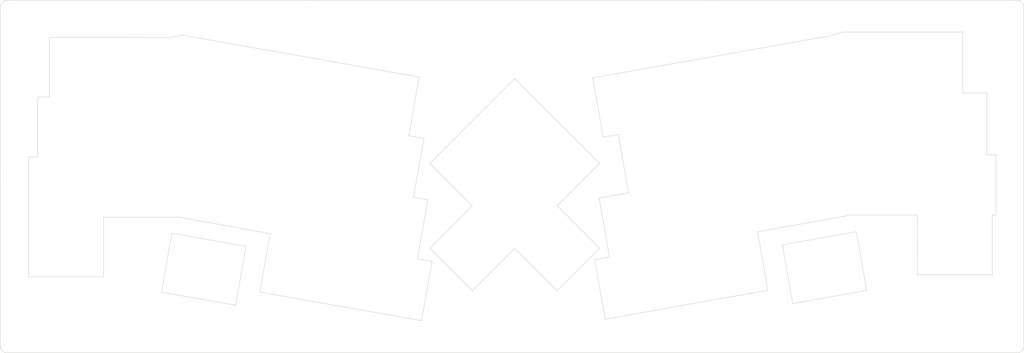
<source format=kicad_pcb>
(kicad_pcb (version 20171130) (host pcbnew "(5.1.12)-1")

  (general
    (thickness 1.6)
    (drawings 712)
    (tracks 0)
    (zones 0)
    (modules 10)
    (nets 1)
  )

  (page A3)
  (layers
    (0 F.Cu signal)
    (31 B.Cu signal)
    (32 B.Adhes user)
    (33 F.Adhes user)
    (34 B.Paste user)
    (35 F.Paste user)
    (36 B.SilkS user)
    (37 F.SilkS user)
    (38 B.Mask user)
    (39 F.Mask user)
    (40 Dwgs.User user)
    (41 Cmts.User user)
    (42 Eco1.User user)
    (43 Eco2.User user)
    (44 Edge.Cuts user)
    (45 Margin user)
    (46 B.CrtYd user)
    (47 F.CrtYd user)
    (48 B.Fab user)
    (49 F.Fab user)
  )

  (setup
    (last_trace_width 0.5)
    (user_trace_width 0.5)
    (user_trace_width 0.5)
    (trace_clearance 0.2)
    (zone_clearance 0.508)
    (zone_45_only no)
    (trace_min 0.2)
    (via_size 0.8)
    (via_drill 0.4)
    (via_min_size 0.4)
    (via_min_drill 0.3)
    (uvia_size 0.3)
    (uvia_drill 0.1)
    (uvias_allowed no)
    (uvia_min_size 0.2)
    (uvia_min_drill 0.1)
    (edge_width 0.1)
    (segment_width 0.2)
    (pcb_text_width 0.3)
    (pcb_text_size 1.5 1.5)
    (mod_edge_width 0.15)
    (mod_text_size 1 1)
    (mod_text_width 0.15)
    (pad_size 2.2 2.2)
    (pad_drill 2.2)
    (pad_to_mask_clearance 0)
    (aux_axis_origin 0 0)
    (visible_elements 7FFFFFFF)
    (pcbplotparams
      (layerselection 0x01000_7ffffffe)
      (usegerberextensions true)
      (usegerberattributes false)
      (usegerberadvancedattributes false)
      (creategerberjobfile false)
      (excludeedgelayer true)
      (linewidth 0.100000)
      (plotframeref false)
      (viasonmask false)
      (mode 1)
      (useauxorigin false)
      (hpglpennumber 1)
      (hpglpenspeed 20)
      (hpglpendiameter 15.000000)
      (psnegative false)
      (psa4output false)
      (plotreference true)
      (plotvalue true)
      (plotinvisibletext false)
      (padsonsilk false)
      (subtractmaskfromsilk false)
      (outputformat 4)
      (mirror false)
      (drillshape 0)
      (scaleselection 1)
      (outputdirectory "C:/Users/サリチル酸/Desktop/"))
  )

  (net 0 "")

  (net_class Default "これはデフォルトのネット クラスです。"
    (clearance 0.2)
    (trace_width 0.25)
    (via_dia 0.8)
    (via_drill 0.4)
    (uvia_dia 0.3)
    (uvia_drill 0.1)
  )

  (module kbd_Hole:m3_Screw_Hole_EdgeCuts (layer F.Cu) (tedit 5ED29488) (tstamp 60A2FDB8)
    (at 331.825 13.05)
    (descr "Mounting Hole 2.2mm, no annular, M2")
    (tags "mounting hole 2.2mm no annular m2")
    (path /5CC9EE7D)
    (attr virtual)
    (fp_text reference J15 (at 0 -3.2) (layer F.Fab) hide
      (effects (font (size 1 1) (thickness 0.15)))
    )
    (fp_text value Conn_01x01 (at 0 3.2) (layer F.Fab) hide
      (effects (font (size 1 1) (thickness 0.15)))
    )
    (fp_text user %R (at 0.3 0) (layer F.Fab) hide
      (effects (font (size 1 1) (thickness 0.15)))
    )
    (fp_circle (center 0 0) (end 1.6 0) (layer Edge.Cuts) (width 0.01))
  )

  (module kbd_Hole:m3_Screw_Hole_EdgeCuts (layer F.Cu) (tedit 5ED29488) (tstamp 60A2FDA0)
    (at 108.575 13.05)
    (descr "Mounting Hole 2.2mm, no annular, M2")
    (tags "mounting hole 2.2mm no annular m2")
    (path /64540392)
    (attr virtual)
    (fp_text reference J11 (at 0 -3.2) (layer F.Fab) hide
      (effects (font (size 1 1) (thickness 0.15)))
    )
    (fp_text value Conn_01x01 (at 0 3.2) (layer F.Fab) hide
      (effects (font (size 1 1) (thickness 0.15)))
    )
    (fp_circle (center 0 0) (end 1.6 0) (layer Edge.Cuts) (width 0.01))
    (fp_text user %R (at 0.3 0) (layer F.Fab) hide
      (effects (font (size 1 1) (thickness 0.15)))
    )
  )

  (module kbd_Hole:m3_Screw_Hole_EdgeCuts (layer F.Cu) (tedit 5ED29488) (tstamp 60A2FDA6)
    (at 234.325 13.05)
    (descr "Mounting Hole 2.2mm, no annular, M2")
    (tags "mounting hole 2.2mm no annular m2")
    (path /629102E9)
    (attr virtual)
    (fp_text reference J12 (at 0 -3.2) (layer F.Fab) hide
      (effects (font (size 1 1) (thickness 0.15)))
    )
    (fp_text value Conn_01x01 (at 0 3.2) (layer F.Fab) hide
      (effects (font (size 1 1) (thickness 0.15)))
    )
    (fp_circle (center 0 0) (end 1.6 0) (layer Edge.Cuts) (width 0.01))
    (fp_text user %R (at 0.3 0) (layer F.Fab) hide
      (effects (font (size 1 1) (thickness 0.15)))
    )
  )

  (module kbd_Hole:m3_Screw_Hole_EdgeCuts (layer F.Cu) (tedit 5ED29488) (tstamp 60A2FDAC)
    (at 108.575 120.25)
    (descr "Mounting Hole 2.2mm, no annular, M2")
    (tags "mounting hole 2.2mm no annular m2")
    (path /629102FD)
    (attr virtual)
    (fp_text reference J13 (at 0 -3.2) (layer F.Fab) hide
      (effects (font (size 1 1) (thickness 0.15)))
    )
    (fp_text value Conn_01x01 (at 0 3.2) (layer F.Fab) hide
      (effects (font (size 1 1) (thickness 0.15)))
    )
    (fp_circle (center 0 0) (end 1.6 0) (layer Edge.Cuts) (width 0.01))
    (fp_text user %R (at 0.3 0) (layer F.Fab) hide
      (effects (font (size 1 1) (thickness 0.15)))
    )
  )

  (module kbd_Hole:m3_Screw_Hole_EdgeCuts (layer F.Cu) (tedit 5ED29488) (tstamp 60A2FD9A)
    (at 11.075 120.25)
    (descr "Mounting Hole 2.2mm, no annular, M2")
    (tags "mounting hole 2.2mm no annular m2")
    (path /6454037E)
    (attr virtual)
    (fp_text reference J10 (at 0 -3.2) (layer F.Fab) hide
      (effects (font (size 1 1) (thickness 0.15)))
    )
    (fp_text value Conn_01x01 (at 0 3.2) (layer F.Fab) hide
      (effects (font (size 1 1) (thickness 0.15)))
    )
    (fp_circle (center 0 0) (end 1.6 0) (layer Edge.Cuts) (width 0.01))
    (fp_text user %R (at 0.3 0) (layer F.Fab) hide
      (effects (font (size 1 1) (thickness 0.15)))
    )
  )

  (module kbd_Hole:m3_Screw_Hole_EdgeCuts (layer F.Cu) (tedit 5ED29488) (tstamp 60A2FD94)
    (at 11.075 66.65)
    (descr "Mounting Hole 2.2mm, no annular, M2")
    (tags "mounting hole 2.2mm no annular m2")
    (path /629E7105)
    (attr virtual)
    (fp_text reference J9 (at 0 -3.2) (layer F.Fab) hide
      (effects (font (size 1 1) (thickness 0.15)))
    )
    (fp_text value Conn_01x01 (at 0 3.2) (layer F.Fab) hide
      (effects (font (size 1 1) (thickness 0.15)))
    )
    (fp_circle (center 0 0) (end 1.6 0) (layer Edge.Cuts) (width 0.01))
    (fp_text user %R (at 0.3 0) (layer F.Fab) hide
      (effects (font (size 1 1) (thickness 0.15)))
    )
  )

  (module kbd_Hole:m3_Screw_Hole_EdgeCuts (layer F.Cu) (tedit 5ED29488) (tstamp 60A2FD8E)
    (at 11.075 13.05)
    (descr "Mounting Hole 2.2mm, no annular, M2")
    (tags "mounting hole 2.2mm no annular m2")
    (path /629E70F1)
    (attr virtual)
    (fp_text reference J8 (at 0 -3.2) (layer F.Fab) hide
      (effects (font (size 1 1) (thickness 0.15)))
    )
    (fp_text value Conn_01x01 (at 0 3.2) (layer F.Fab) hide
      (effects (font (size 1 1) (thickness 0.15)))
    )
    (fp_circle (center 0 0) (end 1.6 0) (layer Edge.Cuts) (width 0.01))
    (fp_text user %R (at 0.3 0) (layer F.Fab) hide
      (effects (font (size 1 1) (thickness 0.15)))
    )
  )

  (module kbd_Hole:m3_Screw_Hole_EdgeCuts (layer F.Cu) (tedit 5ED29488) (tstamp 60A2FDB2)
    (at 234.325 120.25)
    (descr "Mounting Hole 2.2mm, no annular, M2")
    (tags "mounting hole 2.2mm no annular m2")
    (path /5CC48CD6)
    (attr virtual)
    (fp_text reference J14 (at 0 -3.2) (layer F.Fab) hide
      (effects (font (size 1 1) (thickness 0.15)))
    )
    (fp_text value Conn_01x01 (at 0 3.2) (layer F.Fab) hide
      (effects (font (size 1 1) (thickness 0.15)))
    )
    (fp_circle (center 0 0) (end 1.6 0) (layer Edge.Cuts) (width 0.01))
    (fp_text user %R (at 0.3 0) (layer F.Fab) hide
      (effects (font (size 1 1) (thickness 0.15)))
    )
  )

  (module kbd_Hole:m3_Screw_Hole_EdgeCuts (layer F.Cu) (tedit 5ED29488) (tstamp 60A2FDBE)
    (at 331.825 66.65)
    (descr "Mounting Hole 2.2mm, no annular, M2")
    (tags "mounting hole 2.2mm no annular m2")
    (path /629E70E7)
    (attr virtual)
    (fp_text reference J16 (at 0 -3.2) (layer F.Fab) hide
      (effects (font (size 1 1) (thickness 0.15)))
    )
    (fp_text value Conn_01x01 (at 0 3.2) (layer F.Fab) hide
      (effects (font (size 1 1) (thickness 0.15)))
    )
    (fp_circle (center 0 0) (end 1.6 0) (layer Edge.Cuts) (width 0.01))
    (fp_text user %R (at 0.3 0) (layer F.Fab) hide
      (effects (font (size 1 1) (thickness 0.15)))
    )
  )

  (module kbd_Hole:m3_Screw_Hole_EdgeCuts (layer F.Cu) (tedit 5ED29488) (tstamp 60A2FDC4)
    (at 331.825 120.25)
    (descr "Mounting Hole 2.2mm, no annular, M2")
    (tags "mounting hole 2.2mm no annular m2")
    (path /629E70FB)
    (attr virtual)
    (fp_text reference J17 (at 0 -3.2) (layer F.Fab) hide
      (effects (font (size 1 1) (thickness 0.15)))
    )
    (fp_text value Conn_01x01 (at 0 3.2) (layer F.Fab) hide
      (effects (font (size 1 1) (thickness 0.15)))
    )
    (fp_circle (center 0 0) (end 1.6 0) (layer Edge.Cuts) (width 0.01))
    (fp_text user %R (at 0.3 0) (layer F.Fab) hide
      (effects (font (size 1 1) (thickness 0.15)))
    )
  )

  (gr_line (start 233.444 119.794) (end 233.566 119.61) (layer F.Fab) (width 0.2))
  (gr_line (start 234.326 119.204) (end 234.546 119.204) (layer F.Fab) (width 0.2))
  (gr_line (start 235.556 120.434) (end 235.513 120.651) (layer F.Fab) (width 0.2))
  (gr_line (start 235.513 119.997) (end 235.556 120.214) (layer F.Fab) (width 0.2))
  (gr_line (start 234.546 119.204) (end 234.763 119.247) (layer F.Fab) (width 0.2))
  (gr_line (start 233.722 119.454) (end 233.906 119.332) (layer F.Fab) (width 0.2))
  (gr_line (start 234.966 119.332) (end 235.15 119.454) (layer F.Fab) (width 0.2))
  (gr_line (start 235.15 119.454) (end 235.306 119.61) (layer F.Fab) (width 0.2))
  (gr_line (start 235.306 119.61) (end 235.428 119.794) (layer F.Fab) (width 0.2))
  (gr_line (start 235.556 120.214) (end 235.556 120.434) (layer F.Fab) (width 0.2))
  (gr_line (start 234.109 119.247) (end 234.326 119.204) (layer F.Fab) (width 0.2))
  (gr_line (start 235.428 120.854) (end 235.306 121.038) (layer F.Fab) (width 0.2))
  (gr_line (start 235.306 121.038) (end 235.15 121.194) (layer F.Fab) (width 0.2))
  (gr_line (start 235.15 121.194) (end 234.966 121.316) (layer F.Fab) (width 0.2))
  (gr_line (start 234.966 121.316) (end 234.763 121.401) (layer F.Fab) (width 0.2))
  (gr_line (start 233.359 119.997) (end 233.444 119.794) (layer F.Fab) (width 0.2))
  (gr_line (start 233.444 120.854) (end 233.359 120.651) (layer F.Fab) (width 0.2))
  (gr_line (start 233.906 121.316) (end 233.722 121.194) (layer F.Fab) (width 0.2))
  (gr_line (start 233.388 120.642) (end 233.47 120.84) (layer F.Fab) (width 0.2))
  (gr_line (start 233.741 121.17) (end 233.92 121.29) (layer F.Fab) (width 0.2))
  (gr_line (start 233.92 121.29) (end 234.118 121.372) (layer F.Fab) (width 0.2))
  (gr_line (start 235.513 120.651) (end 235.428 120.854) (layer F.Fab) (width 0.2))
  (gr_line (start 233.566 119.61) (end 233.722 119.454) (layer F.Fab) (width 0.2))
  (gr_line (start 233.906 119.332) (end 234.109 119.247) (layer F.Fab) (width 0.2))
  (gr_line (start 234.546 121.444) (end 234.326 121.444) (layer F.Fab) (width 0.2))
  (gr_line (start 233.316 120.214) (end 233.359 119.997) (layer F.Fab) (width 0.2))
  (gr_line (start 234.763 121.401) (end 234.546 121.444) (layer F.Fab) (width 0.2))
  (gr_line (start 234.118 121.372) (end 234.329 121.414) (layer F.Fab) (width 0.2))
  (gr_line (start 233.722 121.194) (end 233.566 121.038) (layer F.Fab) (width 0.2))
  (gr_line (start 233.59 121.019) (end 233.741 121.17) (layer F.Fab) (width 0.2))
  (gr_line (start 234.329 121.414) (end 234.543 121.414) (layer F.Fab) (width 0.2))
  (gr_line (start 233.566 121.038) (end 233.444 120.854) (layer F.Fab) (width 0.2))
  (gr_line (start 235.428 119.794) (end 235.513 119.997) (layer F.Fab) (width 0.2))
  (gr_line (start 234.543 121.414) (end 234.754 121.372) (layer F.Fab) (width 0.2))
  (gr_line (start 234.326 121.444) (end 234.109 121.401) (layer F.Fab) (width 0.2))
  (gr_line (start 234.109 121.401) (end 233.906 121.316) (layer F.Fab) (width 0.2))
  (gr_line (start 233.359 120.651) (end 233.316 120.434) (layer F.Fab) (width 0.2))
  (gr_line (start 233.316 120.434) (end 233.316 120.214) (layer F.Fab) (width 0.2))
  (gr_line (start 234.763 119.247) (end 234.966 119.332) (layer F.Fab) (width 0.2))
  (gr_line (start 233.47 120.84) (end 233.59 121.019) (layer F.Fab) (width 0.2))
  (gr_line (start 109.806 120.214) (end 109.806 120.434) (layer F.Fab) (width 0.2))
  (gr_line (start 109.013 121.401) (end 108.796 121.444) (layer F.Fab) (width 0.2))
  (gr_line (start 235.282 121.019) (end 235.402 120.84) (layer F.Fab) (width 0.2))
  (gr_line (start 233.346 120.431) (end 233.388 120.642) (layer F.Fab) (width 0.2))
  (gr_line (start 107.972 121.194) (end 107.816 121.038) (layer F.Fab) (width 0.2))
  (gr_line (start 108.156 119.332) (end 108.359 119.247) (layer F.Fab) (width 0.2))
  (gr_line (start 109.216 119.332) (end 109.4 119.454) (layer F.Fab) (width 0.2))
  (gr_line (start 107.972 119.454) (end 108.156 119.332) (layer F.Fab) (width 0.2))
  (gr_line (start 234.754 119.276) (end 234.543 119.234) (layer F.Fab) (width 0.2))
  (gr_line (start 233.59 119.629) (end 233.47 119.808) (layer F.Fab) (width 0.2))
  (gr_line (start 233.92 119.358) (end 233.741 119.478) (layer F.Fab) (width 0.2))
  (gr_line (start 235.282 119.629) (end 235.131 119.478) (layer F.Fab) (width 0.2))
  (gr_line (start 109.013 119.247) (end 109.216 119.332) (layer F.Fab) (width 0.2))
  (gr_line (start 108.576 119.204) (end 108.796 119.204) (layer F.Fab) (width 0.2))
  (gr_line (start 107.816 119.61) (end 107.972 119.454) (layer F.Fab) (width 0.2))
  (gr_line (start 109.678 119.794) (end 109.763 119.997) (layer F.Fab) (width 0.2))
  (gr_line (start 109.763 120.651) (end 109.678 120.854) (layer F.Fab) (width 0.2))
  (gr_line (start 108.359 121.401) (end 108.156 121.316) (layer F.Fab) (width 0.2))
  (gr_line (start 107.694 120.854) (end 107.609 120.651) (layer F.Fab) (width 0.2))
  (gr_line (start 235.484 120.006) (end 235.402 119.808) (layer F.Fab) (width 0.2))
  (gr_line (start 107.566 120.214) (end 107.609 119.997) (layer F.Fab) (width 0.2))
  (gr_line (start 109.4 119.454) (end 109.556 119.61) (layer F.Fab) (width 0.2))
  (gr_line (start 235.526 120.217) (end 235.484 120.006) (layer F.Fab) (width 0.2))
  (gr_line (start 234.952 119.358) (end 234.754 119.276) (layer F.Fab) (width 0.2))
  (gr_line (start 107.566 120.434) (end 107.566 120.214) (layer F.Fab) (width 0.2))
  (gr_line (start 107.638 120.642) (end 107.72 120.84) (layer F.Fab) (width 0.2))
  (gr_line (start 234.754 121.372) (end 234.952 121.29) (layer F.Fab) (width 0.2))
  (gr_line (start 108.156 121.316) (end 107.972 121.194) (layer F.Fab) (width 0.2))
  (gr_line (start 107.72 120.84) (end 107.84 121.019) (layer F.Fab) (width 0.2))
  (gr_line (start 108.359 119.247) (end 108.576 119.204) (layer F.Fab) (width 0.2))
  (gr_line (start 234.952 121.29) (end 235.131 121.17) (layer F.Fab) (width 0.2))
  (gr_line (start 234.543 119.234) (end 234.329 119.234) (layer F.Fab) (width 0.2))
  (gr_line (start 235.131 119.478) (end 234.952 119.358) (layer F.Fab) (width 0.2))
  (gr_line (start 233.346 120.217) (end 233.346 120.431) (layer F.Fab) (width 0.2))
  (gr_line (start 109.763 119.997) (end 109.806 120.214) (layer F.Fab) (width 0.2))
  (gr_line (start 109.216 121.316) (end 109.013 121.401) (layer F.Fab) (width 0.2))
  (gr_line (start 107.84 121.019) (end 107.991 121.17) (layer F.Fab) (width 0.2))
  (gr_line (start 233.388 120.006) (end 233.346 120.217) (layer F.Fab) (width 0.2))
  (gr_line (start 109.678 120.854) (end 109.556 121.038) (layer F.Fab) (width 0.2))
  (gr_line (start 108.576 121.444) (end 108.359 121.401) (layer F.Fab) (width 0.2))
  (gr_line (start 107.816 121.038) (end 107.694 120.854) (layer F.Fab) (width 0.2))
  (gr_line (start 234.329 119.234) (end 234.118 119.276) (layer F.Fab) (width 0.2))
  (gr_line (start 235.402 120.84) (end 235.484 120.642) (layer F.Fab) (width 0.2))
  (gr_line (start 235.402 119.808) (end 235.282 119.629) (layer F.Fab) (width 0.2))
  (gr_line (start 235.526 120.431) (end 235.526 120.217) (layer F.Fab) (width 0.2))
  (gr_line (start 107.609 120.651) (end 107.566 120.434) (layer F.Fab) (width 0.2))
  (gr_line (start 109.556 119.61) (end 109.678 119.794) (layer F.Fab) (width 0.2))
  (gr_line (start 109.806 120.434) (end 109.763 120.651) (layer F.Fab) (width 0.2))
  (gr_line (start 233.741 119.478) (end 233.59 119.629) (layer F.Fab) (width 0.2))
  (gr_line (start 107.991 121.17) (end 108.17 121.29) (layer F.Fab) (width 0.2))
  (gr_line (start 235.131 121.17) (end 235.282 121.019) (layer F.Fab) (width 0.2))
  (gr_line (start 108.796 121.444) (end 108.576 121.444) (layer F.Fab) (width 0.2))
  (gr_line (start 235.484 120.642) (end 235.526 120.431) (layer F.Fab) (width 0.2))
  (gr_line (start 234.118 119.276) (end 233.92 119.358) (layer F.Fab) (width 0.2))
  (gr_line (start 109.556 121.038) (end 109.4 121.194) (layer F.Fab) (width 0.2))
  (gr_line (start 108.17 121.29) (end 108.368 121.372) (layer F.Fab) (width 0.2))
  (gr_line (start 108.368 121.372) (end 108.579 121.414) (layer F.Fab) (width 0.2))
  (gr_line (start 108.579 121.414) (end 108.793 121.414) (layer F.Fab) (width 0.2))
  (gr_line (start 108.793 121.414) (end 109.004 121.372) (layer F.Fab) (width 0.2))
  (gr_line (start 233.47 119.808) (end 233.388 120.006) (layer F.Fab) (width 0.2))
  (gr_line (start 107.609 119.997) (end 107.694 119.794) (layer F.Fab) (width 0.2))
  (gr_line (start 109.4 121.194) (end 109.216 121.316) (layer F.Fab) (width 0.2))
  (gr_line (start 107.694 119.794) (end 107.816 119.61) (layer F.Fab) (width 0.2))
  (gr_line (start 108.796 119.204) (end 109.013 119.247) (layer F.Fab) (width 0.2))
  (gr_line (start 330.816 120.214) (end 330.859 119.997) (layer F.Fab) (width 0.2))
  (gr_line (start 109.004 121.372) (end 109.202 121.29) (layer F.Fab) (width 0.2))
  (gr_line (start 108.793 119.234) (end 108.579 119.234) (layer F.Fab) (width 0.2))
  (gr_line (start 109.202 119.358) (end 109.004 119.276) (layer F.Fab) (width 0.2))
  (gr_line (start 107.84 119.629) (end 107.72 119.808) (layer F.Fab) (width 0.2))
  (gr_line (start 107.638 120.006) (end 107.596 120.217) (layer F.Fab) (width 0.2))
  (gr_line (start 331.406 119.332) (end 331.609 119.247) (layer F.Fab) (width 0.2))
  (gr_line (start 109.776 120.431) (end 109.776 120.217) (layer F.Fab) (width 0.2))
  (gr_line (start 109.776 120.217) (end 109.734 120.006) (layer F.Fab) (width 0.2))
  (gr_line (start 109.652 119.808) (end 109.532 119.629) (layer F.Fab) (width 0.2))
  (gr_line (start 109.652 120.84) (end 109.734 120.642) (layer F.Fab) (width 0.2))
  (gr_line (start 331.609 119.247) (end 331.826 119.204) (layer F.Fab) (width 0.2))
  (gr_line (start 107.72 119.808) (end 107.638 120.006) (layer F.Fab) (width 0.2))
  (gr_line (start 332.046 119.204) (end 332.263 119.247) (layer F.Fab) (width 0.2))
  (gr_line (start 109.381 121.17) (end 109.532 121.019) (layer F.Fab) (width 0.2))
  (gr_line (start 109.381 119.478) (end 109.202 119.358) (layer F.Fab) (width 0.2))
  (gr_line (start 108.579 119.234) (end 108.368 119.276) (layer F.Fab) (width 0.2))
  (gr_line (start 332.466 119.332) (end 332.65 119.454) (layer F.Fab) (width 0.2))
  (gr_line (start 333.013 120.651) (end 332.928 120.854) (layer F.Fab) (width 0.2))
  (gr_line (start 109.532 121.019) (end 109.652 120.84) (layer F.Fab) (width 0.2))
  (gr_line (start 331.222 121.194) (end 331.066 121.038) (layer F.Fab) (width 0.2))
  (gr_line (start 330.944 120.854) (end 330.859 120.651) (layer F.Fab) (width 0.2))
  (gr_line (start 332.65 119.454) (end 332.806 119.61) (layer F.Fab) (width 0.2))
  (gr_line (start 332.806 119.61) (end 332.928 119.794) (layer F.Fab) (width 0.2))
  (gr_line (start 109.734 120.642) (end 109.776 120.431) (layer F.Fab) (width 0.2))
  (gr_line (start 107.596 120.217) (end 107.596 120.431) (layer F.Fab) (width 0.2))
  (gr_line (start 107.596 120.431) (end 107.638 120.642) (layer F.Fab) (width 0.2))
  (gr_line (start 332.263 121.401) (end 332.046 121.444) (layer F.Fab) (width 0.2))
  (gr_line (start 331.826 119.204) (end 332.046 119.204) (layer F.Fab) (width 0.2))
  (gr_line (start 330.859 120.651) (end 330.816 120.434) (layer F.Fab) (width 0.2))
  (gr_line (start 330.816 120.434) (end 330.816 120.214) (layer F.Fab) (width 0.2))
  (gr_line (start 109.004 119.276) (end 108.793 119.234) (layer F.Fab) (width 0.2))
  (gr_line (start 333.013 119.997) (end 333.056 120.214) (layer F.Fab) (width 0.2))
  (gr_line (start 332.466 121.316) (end 332.263 121.401) (layer F.Fab) (width 0.2))
  (gr_line (start 330.888 120.642) (end 330.97 120.84) (layer F.Fab) (width 0.2))
  (gr_line (start 333.056 120.214) (end 333.056 120.434) (layer F.Fab) (width 0.2))
  (gr_line (start 109.202 121.29) (end 109.381 121.17) (layer F.Fab) (width 0.2))
  (gr_line (start 331.609 121.401) (end 331.406 121.316) (layer F.Fab) (width 0.2))
  (gr_line (start 332.046 121.444) (end 331.826 121.444) (layer F.Fab) (width 0.2))
  (gr_line (start 332.806 121.038) (end 332.65 121.194) (layer F.Fab) (width 0.2))
  (gr_line (start 109.532 119.629) (end 109.381 119.478) (layer F.Fab) (width 0.2))
  (gr_line (start 330.859 119.997) (end 330.944 119.794) (layer F.Fab) (width 0.2))
  (gr_line (start 330.944 119.794) (end 331.066 119.61) (layer F.Fab) (width 0.2))
  (gr_line (start 333.056 120.434) (end 333.013 120.651) (layer F.Fab) (width 0.2))
  (gr_line (start 331.826 121.444) (end 331.609 121.401) (layer F.Fab) (width 0.2))
  (gr_line (start 330.97 120.84) (end 331.09 121.019) (layer F.Fab) (width 0.2))
  (gr_line (start 331.406 121.316) (end 331.222 121.194) (layer F.Fab) (width 0.2))
  (gr_line (start 331.241 121.17) (end 331.42 121.29) (layer F.Fab) (width 0.2))
  (gr_line (start 331.09 121.019) (end 331.241 121.17) (layer F.Fab) (width 0.2))
  (gr_line (start 331.42 121.29) (end 331.618 121.372) (layer F.Fab) (width 0.2))
  (gr_line (start 108.17 119.358) (end 107.991 119.478) (layer F.Fab) (width 0.2))
  (gr_line (start 331.829 121.414) (end 332.043 121.414) (layer F.Fab) (width 0.2))
  (gr_line (start 332.928 120.854) (end 332.806 121.038) (layer F.Fab) (width 0.2))
  (gr_line (start 331.618 121.372) (end 331.829 121.414) (layer F.Fab) (width 0.2))
  (gr_line (start 331.066 119.61) (end 331.222 119.454) (layer F.Fab) (width 0.2))
  (gr_line (start 332.263 119.247) (end 332.466 119.332) (layer F.Fab) (width 0.2))
  (gr_line (start 332.043 121.414) (end 332.254 121.372) (layer F.Fab) (width 0.2))
  (gr_line (start 108.368 119.276) (end 108.17 119.358) (layer F.Fab) (width 0.2))
  (gr_line (start 331.222 119.454) (end 331.406 119.332) (layer F.Fab) (width 0.2))
  (gr_line (start 109.734 120.006) (end 109.652 119.808) (layer F.Fab) (width 0.2))
  (gr_line (start 332.928 119.794) (end 333.013 119.997) (layer F.Fab) (width 0.2))
  (gr_line (start 332.65 121.194) (end 332.466 121.316) (layer F.Fab) (width 0.2))
  (gr_line (start 331.066 121.038) (end 330.944 120.854) (layer F.Fab) (width 0.2))
  (gr_line (start 107.991 119.478) (end 107.84 119.629) (layer F.Fab) (width 0.2))
  (gr_line (start 10.3164 119.61) (end 10.4723 119.454) (layer F.Fab) (width 0.2))
  (gr_line (start 12.1782 119.794) (end 12.2626 119.997) (layer F.Fab) (width 0.2))
  (gr_line (start 12.2626 119.997) (end 12.3056 120.214) (layer F.Fab) (width 0.2))
  (gr_line (start 10.06642 120.434) (end 10.06642 120.214) (layer F.Fab) (width 0.2))
  (gr_line (start 11.8997 121.194) (end 11.7163 121.316) (layer F.Fab) (width 0.2))
  (gr_line (start 332.452 119.358) (end 332.254 119.276) (layer F.Fab) (width 0.2))
  (gr_line (start 332.902 120.84) (end 332.984 120.642) (layer F.Fab) (width 0.2))
  (gr_line (start 10.10944 119.997) (end 10.1938 119.794) (layer F.Fab) (width 0.2))
  (gr_line (start 332.043 119.234) (end 331.829 119.234) (layer F.Fab) (width 0.2))
  (gr_line (start 10.6557 119.332) (end 10.8594 119.247) (layer F.Fab) (width 0.2))
  (gr_line (start 331.241 119.478) (end 331.09 119.629) (layer F.Fab) (width 0.2))
  (gr_line (start 12.3056 120.214) (end 12.3056 120.434) (layer F.Fab) (width 0.2))
  (gr_line (start 11.2963 121.444) (end 11.0757 121.444) (layer F.Fab) (width 0.2))
  (gr_line (start 10.4723 121.194) (end 10.3164 121.038) (layer F.Fab) (width 0.2))
  (gr_line (start 10.2203 120.84) (end 10.3396 121.019) (layer F.Fab) (width 0.2))
  (gr_line (start 332.254 119.276) (end 332.043 119.234) (layer F.Fab) (width 0.2))
  (gr_line (start 10.1381 120.642) (end 10.2203 120.84) (layer F.Fab) (width 0.2))
  (gr_line (start 10.4913 121.17) (end 10.6698 121.29) (layer F.Fab) (width 0.2))
  (gr_line (start 11.0787 121.414) (end 11.2933 121.414) (layer F.Fab) (width 0.2))
  (gr_line (start 331.618 119.276) (end 331.42 119.358) (layer F.Fab) (width 0.2))
  (gr_line (start 10.8594 121.401) (end 10.6557 121.316) (layer F.Fab) (width 0.2))
  (gr_line (start 10.8681 121.372) (end 11.0787 121.414) (layer F.Fab) (width 0.2))
  (gr_line (start 332.902 119.808) (end 332.782 119.629) (layer F.Fab) (width 0.2))
  (gr_line (start 330.846 120.431) (end 330.888 120.642) (layer F.Fab) (width 0.2))
  (gr_line (start 10.1938 119.794) (end 10.3164 119.61) (layer F.Fab) (width 0.2))
  (gr_line (start 332.984 120.006) (end 332.902 119.808) (layer F.Fab) (width 0.2))
  (gr_line (start 10.06642 120.214) (end 10.10944 119.997) (layer F.Fab) (width 0.2))
  (gr_line (start 11.2933 121.414) (end 11.5039 121.372) (layer F.Fab) (width 0.2))
  (gr_line (start 332.631 121.17) (end 332.782 121.019) (layer F.Fab) (width 0.2))
  (gr_line (start 10.3396 121.019) (end 10.4913 121.17) (layer F.Fab) (width 0.2))
  (gr_line (start 332.782 119.629) (end 332.631 119.478) (layer F.Fab) (width 0.2))
  (gr_line (start 10.6698 121.29) (end 10.8681 121.372) (layer F.Fab) (width 0.2))
  (gr_line (start 330.888 120.006) (end 330.846 120.217) (layer F.Fab) (width 0.2))
  (gr_line (start 11.8997 119.454) (end 12.0556 119.61) (layer F.Fab) (width 0.2))
  (gr_line (start 12.0556 119.61) (end 12.1782 119.794) (layer F.Fab) (width 0.2))
  (gr_line (start 330.97 119.808) (end 330.888 120.006) (layer F.Fab) (width 0.2))
  (gr_line (start 12.2626 120.651) (end 12.1782 120.854) (layer F.Fab) (width 0.2))
  (gr_line (start 10.3164 121.038) (end 10.1938 120.854) (layer F.Fab) (width 0.2))
  (gr_line (start 331.42 119.358) (end 331.241 119.478) (layer F.Fab) (width 0.2))
  (gr_line (start 11.2963 119.204) (end 11.5126 119.247) (layer F.Fab) (width 0.2))
  (gr_line (start 332.254 121.372) (end 332.452 121.29) (layer F.Fab) (width 0.2))
  (gr_line (start 12.0556 121.038) (end 11.8997 121.194) (layer F.Fab) (width 0.2))
  (gr_line (start 11.0757 119.204) (end 11.2963 119.204) (layer F.Fab) (width 0.2))
  (gr_line (start 10.4723 119.454) (end 10.6557 119.332) (layer F.Fab) (width 0.2))
  (gr_line (start 11.0757 121.444) (end 10.8594 121.401) (layer F.Fab) (width 0.2))
  (gr_line (start 10.10944 120.651) (end 10.06642 120.434) (layer F.Fab) (width 0.2))
  (gr_line (start 10.8594 119.247) (end 11.0757 119.204) (layer F.Fab) (width 0.2))
  (gr_line (start 12.1782 120.854) (end 12.0556 121.038) (layer F.Fab) (width 0.2))
  (gr_line (start 332.631 119.478) (end 332.452 119.358) (layer F.Fab) (width 0.2))
  (gr_line (start 333.026 120.431) (end 333.026 120.217) (layer F.Fab) (width 0.2))
  (gr_line (start 332.782 121.019) (end 332.902 120.84) (layer F.Fab) (width 0.2))
  (gr_line (start 331.829 119.234) (end 331.618 119.276) (layer F.Fab) (width 0.2))
  (gr_line (start 331.09 119.629) (end 330.97 119.808) (layer F.Fab) (width 0.2))
  (gr_line (start 332.452 121.29) (end 332.631 121.17) (layer F.Fab) (width 0.2))
  (gr_line (start 11.7163 119.332) (end 11.8997 119.454) (layer F.Fab) (width 0.2))
  (gr_line (start 332.984 120.642) (end 333.026 120.431) (layer F.Fab) (width 0.2))
  (gr_line (start 11.7163 121.316) (end 11.5126 121.401) (layer F.Fab) (width 0.2))
  (gr_line (start 333.026 120.217) (end 332.984 120.006) (layer F.Fab) (width 0.2))
  (gr_line (start 330.846 120.217) (end 330.846 120.431) (layer F.Fab) (width 0.2))
  (gr_line (start 11.5126 119.247) (end 11.7163 119.332) (layer F.Fab) (width 0.2))
  (gr_line (start 11.5126 121.401) (end 11.2963 121.444) (layer F.Fab) (width 0.2))
  (gr_line (start 10.6557 121.316) (end 10.4723 121.194) (layer F.Fab) (width 0.2))
  (gr_line (start 10.1938 120.854) (end 10.10944 120.651) (layer F.Fab) (width 0.2))
  (gr_line (start 12.3056 120.434) (end 12.2626 120.651) (layer F.Fab) (width 0.2))
  (gr_line (start 11.0757 67.8436) (end 10.8594 67.8006) (layer F.Fab) (width 0.2))
  (gr_line (start 10.4723 67.5936) (end 10.3164 67.4377) (layer F.Fab) (width 0.2))
  (gr_line (start 11.5126 65.6474) (end 11.7163 65.731799) (layer F.Fab) (width 0.2))
  (gr_line (start 10.1938 67.2543) (end 10.10944 67.0506) (layer F.Fab) (width 0.2))
  (gr_line (start 10.10944 67.0506) (end 10.06642 66.8343) (layer F.Fab) (width 0.2))
  (gr_line (start 11.2933 119.234) (end 11.0787 119.234) (layer F.Fab) (width 0.2))
  (gr_line (start 10.06642 66.8343) (end 10.06642 66.6137) (layer F.Fab) (width 0.2))
  (gr_line (start 11.8807 121.17) (end 12.0324 121.019) (layer F.Fab) (width 0.2))
  (gr_line (start 10.2203 67.2402) (end 10.3396 67.4187) (layer F.Fab) (width 0.2))
  (gr_line (start 11.0787 119.234) (end 10.8681 119.276) (layer F.Fab) (width 0.2))
  (gr_line (start 10.1938 66.193699) (end 10.3164 66.0103) (layer F.Fab) (width 0.2))
  (gr_line (start 12.2757 120.431) (end 12.2757 120.217) (layer F.Fab) (width 0.2))
  (gr_line (start 12.0556 66.0103) (end 12.1782 66.193699) (layer F.Fab) (width 0.2))
  (gr_line (start 12.1782 67.2543) (end 12.0556 67.4377) (layer F.Fab) (width 0.2))
  (gr_line (start 10.8681 119.276) (end 10.6698 119.358) (layer F.Fab) (width 0.2))
  (gr_line (start 10.2203 119.808) (end 10.1381 120.006) (layer F.Fab) (width 0.2))
  (gr_line (start 11.7163 67.7162) (end 11.5126 67.8006) (layer F.Fab) (width 0.2))
  (gr_line (start 10.1381 120.006) (end 10.09627 120.217) (layer F.Fab) (width 0.2))
  (gr_line (start 11.2963 67.8436) (end 11.0757 67.8436) (layer F.Fab) (width 0.2))
  (gr_line (start 10.09627 120.431) (end 10.1381 120.642) (layer F.Fab) (width 0.2))
  (gr_line (start 10.06642 66.6137) (end 10.10944 66.3974) (layer F.Fab) (width 0.2))
  (gr_line (start 10.3164 66.0103) (end 10.4723 65.8544) (layer F.Fab) (width 0.2))
  (gr_line (start 10.1381 67.0419) (end 10.2203 67.2402) (layer F.Fab) (width 0.2))
  (gr_line (start 11.8997 67.5936) (end 11.7163 67.7162) (layer F.Fab) (width 0.2))
  (gr_line (start 12.2338 120.006) (end 12.1517 119.808) (layer F.Fab) (width 0.2))
  (gr_line (start 10.8594 67.8006) (end 10.6557 67.7162) (layer F.Fab) (width 0.2))
  (gr_line (start 10.3396 119.629) (end 10.2203 119.808) (layer F.Fab) (width 0.2))
  (gr_line (start 10.4913 67.5704) (end 10.6698 67.6897) (layer F.Fab) (width 0.2))
  (gr_line (start 10.6698 67.6897) (end 10.8681 67.7719) (layer F.Fab) (width 0.2))
  (gr_line (start 10.8681 67.7719) (end 11.0787 67.8137) (layer F.Fab) (width 0.2))
  (gr_line (start 11.0787 67.8137) (end 11.2933 67.8137) (layer F.Fab) (width 0.2))
  (gr_line (start 12.1517 119.808) (end 12.0324 119.629) (layer F.Fab) (width 0.2))
  (gr_line (start 10.6557 67.7162) (end 10.4723 67.5936) (layer F.Fab) (width 0.2))
  (gr_line (start 10.4913 119.478) (end 10.3396 119.629) (layer F.Fab) (width 0.2))
  (gr_line (start 11.8807 119.478) (end 11.7022 119.358) (layer F.Fab) (width 0.2))
  (gr_line (start 11.2963 65.6044) (end 11.5126 65.6474) (layer F.Fab) (width 0.2))
  (gr_line (start 10.3164 67.4377) (end 10.1938 67.2543) (layer F.Fab) (width 0.2))
  (gr_line (start 10.3396 67.4187) (end 10.4913 67.5704) (layer F.Fab) (width 0.2))
  (gr_line (start 12.2626 66.3974) (end 12.3056 66.6137) (layer F.Fab) (width 0.2))
  (gr_line (start 10.4723 65.8544) (end 10.6557 65.731799) (layer F.Fab) (width 0.2))
  (gr_line (start 11.2933 67.8137) (end 11.5039 67.7719) (layer F.Fab) (width 0.2))
  (gr_line (start 12.0324 121.019) (end 12.1517 120.84) (layer F.Fab) (width 0.2))
  (gr_line (start 11.7022 119.358) (end 11.5039 119.276) (layer F.Fab) (width 0.2))
  (gr_line (start 11.7022 121.29) (end 11.8807 121.17) (layer F.Fab) (width 0.2))
  (gr_line (start 12.1517 120.84) (end 12.2338 120.642) (layer F.Fab) (width 0.2))
  (gr_line (start 10.10944 66.3974) (end 10.1938 66.193699) (layer F.Fab) (width 0.2))
  (gr_line (start 10.6557 65.731799) (end 10.8594 65.6474) (layer F.Fab) (width 0.2))
  (gr_line (start 10.8594 65.6474) (end 11.0757 65.6044) (layer F.Fab) (width 0.2))
  (gr_line (start 12.2757 120.217) (end 12.2338 120.006) (layer F.Fab) (width 0.2))
  (gr_line (start 11.5039 119.276) (end 11.2933 119.234) (layer F.Fab) (width 0.2))
  (gr_line (start 11.0757 65.6044) (end 11.2963 65.6044) (layer F.Fab) (width 0.2))
  (gr_line (start 12.1782 66.193699) (end 12.2626 66.3974) (layer F.Fab) (width 0.2))
  (gr_line (start 12.3056 66.8343) (end 12.2626 67.0506) (layer F.Fab) (width 0.2))
  (gr_line (start 12.0556 67.4377) (end 11.8997 67.5936) (layer F.Fab) (width 0.2))
  (gr_line (start 10.6698 119.358) (end 10.4913 119.478) (layer F.Fab) (width 0.2))
  (gr_line (start 10.09627 120.217) (end 10.09627 120.431) (layer F.Fab) (width 0.2))
  (gr_line (start 12.0324 119.629) (end 11.8807 119.478) (layer F.Fab) (width 0.2))
  (gr_line (start 11.7163 65.731799) (end 11.8997 65.8544) (layer F.Fab) (width 0.2))
  (gr_line (start 12.2338 120.642) (end 12.2757 120.431) (layer F.Fab) (width 0.2))
  (gr_line (start 12.2626 67.0506) (end 12.1782 67.2543) (layer F.Fab) (width 0.2))
  (gr_line (start 11.5039 121.372) (end 11.7022 121.29) (layer F.Fab) (width 0.2))
  (gr_line (start 11.8997 65.8544) (end 12.0556 66.0103) (layer F.Fab) (width 0.2))
  (gr_line (start 12.3056 66.6137) (end 12.3056 66.8343) (layer F.Fab) (width 0.2))
  (gr_line (start 11.5126 67.8006) (end 11.2963 67.8436) (layer F.Fab) (width 0.2))
  (gr_line (start 332.046 67.8436) (end 331.826 67.8436) (layer F.Fab) (width 0.2))
  (gr_line (start 331.826 65.6044) (end 332.046 65.6044) (layer F.Fab) (width 0.2))
  (gr_line (start 12.2338 66.4061) (end 12.1517 66.207799) (layer F.Fab) (width 0.2))
  (gr_line (start 331.826 67.8436) (end 331.609 67.8006) (layer F.Fab) (width 0.2))
  (gr_line (start 331.066 67.4377) (end 330.944 67.2543) (layer F.Fab) (width 0.2))
  (gr_line (start 330.944 67.2543) (end 330.859 67.0506) (layer F.Fab) (width 0.2))
  (gr_line (start 332.466 67.7162) (end 332.263 67.8006) (layer F.Fab) (width 0.2))
  (gr_line (start 330.816 66.6137) (end 330.859 66.3974) (layer F.Fab) (width 0.2))
  (gr_line (start 332.263 65.6474) (end 332.466 65.731799) (layer F.Fab) (width 0.2))
  (gr_line (start 11.7022 67.6897) (end 11.8807 67.5704) (layer F.Fab) (width 0.2))
  (gr_line (start 11.8807 65.8776) (end 11.7022 65.758299) (layer F.Fab) (width 0.2))
  (gr_line (start 10.6698 65.758299) (end 10.4913 65.8776) (layer F.Fab) (width 0.2))
  (gr_line (start 332.928 66.193699) (end 333.013 66.3974) (layer F.Fab) (width 0.2))
  (gr_line (start 10.2203 66.207799) (end 10.1381 66.4061) (layer F.Fab) (width 0.2))
  (gr_line (start 330.816 66.8343) (end 330.816 66.6137) (layer F.Fab) (width 0.2))
  (gr_line (start 330.859 67.0506) (end 330.816 66.8343) (layer F.Fab) (width 0.2))
  (gr_line (start 332.806 66.0103) (end 332.928 66.193699) (layer F.Fab) (width 0.2))
  (gr_line (start 330.97 67.2402) (end 331.09 67.4187) (layer F.Fab) (width 0.2))
  (gr_line (start 331.09 67.4187) (end 331.241 67.5704) (layer F.Fab) (width 0.2))
  (gr_line (start 331.406 65.731799) (end 331.609 65.6474) (layer F.Fab) (width 0.2))
  (gr_line (start 331.066 66.0103) (end 331.222 65.8544) (layer F.Fab) (width 0.2))
  (gr_line (start 11.8807 67.5704) (end 12.0324 67.4187) (layer F.Fab) (width 0.2))
  (gr_line (start 331.406 67.7162) (end 331.222 67.5936) (layer F.Fab) (width 0.2))
  (gr_line (start 10.3396 66.029299) (end 10.2203 66.207799) (layer F.Fab) (width 0.2))
  (gr_line (start 330.888 67.0419) (end 330.97 67.2402) (layer F.Fab) (width 0.2))
  (gr_line (start 331.609 67.8006) (end 331.406 67.7162) (layer F.Fab) (width 0.2))
  (gr_line (start 10.1381 66.4061) (end 10.09627 66.6167) (layer F.Fab) (width 0.2))
  (gr_line (start 331.241 67.5704) (end 331.42 67.6897) (layer F.Fab) (width 0.2))
  (gr_line (start 331.609 65.6474) (end 331.826 65.6044) (layer F.Fab) (width 0.2))
  (gr_line (start 332.806 67.4377) (end 332.65 67.5936) (layer F.Fab) (width 0.2))
  (gr_line (start 331.222 67.5936) (end 331.066 67.4377) (layer F.Fab) (width 0.2))
  (gr_line (start 331.829 67.8137) (end 332.043 67.8137) (layer F.Fab) (width 0.2))
  (gr_line (start 331.618 67.7719) (end 331.829 67.8137) (layer F.Fab) (width 0.2))
  (gr_line (start 333.056 66.6137) (end 333.056 66.8343) (layer F.Fab) (width 0.2))
  (gr_line (start 332.043 67.8137) (end 332.254 67.7719) (layer F.Fab) (width 0.2))
  (gr_line (start 12.2757 66.6167) (end 12.2338 66.4061) (layer F.Fab) (width 0.2))
  (gr_line (start 330.859 66.3974) (end 330.944 66.193699) (layer F.Fab) (width 0.2))
  (gr_line (start 331.42 67.6897) (end 331.618 67.7719) (layer F.Fab) (width 0.2))
  (gr_line (start 11.5039 65.676099) (end 11.2933 65.6343) (layer F.Fab) (width 0.2))
  (gr_line (start 12.0324 67.4187) (end 12.1517 67.2402) (layer F.Fab) (width 0.2))
  (gr_line (start 10.09627 66.6167) (end 10.09627 66.8313) (layer F.Fab) (width 0.2))
  (gr_line (start 12.1517 67.2402) (end 12.2338 67.0419) (layer F.Fab) (width 0.2))
  (gr_line (start 11.7022 65.758299) (end 11.5039 65.676099) (layer F.Fab) (width 0.2))
  (gr_line (start 12.2757 66.8313) (end 12.2757 66.6167) (layer F.Fab) (width 0.2))
  (gr_line (start 12.2338 67.0419) (end 12.2757 66.8313) (layer F.Fab) (width 0.2))
  (gr_line (start 11.5039 67.7719) (end 11.7022 67.6897) (layer F.Fab) (width 0.2))
  (gr_line (start 10.09627 66.8313) (end 10.1381 67.0419) (layer F.Fab) (width 0.2))
  (gr_line (start 330.944 66.193699) (end 331.066 66.0103) (layer F.Fab) (width 0.2))
  (gr_line (start 332.466 65.731799) (end 332.65 65.8544) (layer F.Fab) (width 0.2))
  (gr_line (start 332.65 65.8544) (end 332.806 66.0103) (layer F.Fab) (width 0.2))
  (gr_line (start 10.4913 65.8776) (end 10.3396 66.029299) (layer F.Fab) (width 0.2))
  (gr_line (start 333.056 66.8343) (end 333.013 67.0506) (layer F.Fab) (width 0.2))
  (gr_line (start 11.0787 65.6343) (end 10.8681 65.676099) (layer F.Fab) (width 0.2))
  (gr_line (start 333.013 66.3974) (end 333.056 66.6137) (layer F.Fab) (width 0.2))
  (gr_line (start 10.8681 65.676099) (end 10.6698 65.758299) (layer F.Fab) (width 0.2))
  (gr_line (start 333.013 67.0506) (end 332.928 67.2543) (layer F.Fab) (width 0.2))
  (gr_line (start 12.1517 66.207799) (end 12.0324 66.029299) (layer F.Fab) (width 0.2))
  (gr_line (start 332.928 67.2543) (end 332.806 67.4377) (layer F.Fab) (width 0.2))
  (gr_line (start 332.65 67.5936) (end 332.466 67.7162) (layer F.Fab) (width 0.2))
  (gr_line (start 332.263 67.8006) (end 332.046 67.8436) (layer F.Fab) (width 0.2))
  (gr_line (start 12.0324 66.029299) (end 11.8807 65.8776) (layer F.Fab) (width 0.2))
  (gr_line (start 332.046 65.6044) (end 332.263 65.6474) (layer F.Fab) (width 0.2))
  (gr_line (start 11.2933 65.6343) (end 11.0787 65.6343) (layer F.Fab) (width 0.2))
  (gr_line (start 331.222 65.8544) (end 331.406 65.731799) (layer F.Fab) (width 0.2))
  (gr_line (start 332.631 67.5704) (end 332.782 67.4187) (layer F.Fab) (width 0.2))
  (gr_line (start 332.452 65.758299) (end 332.254 65.676099) (layer F.Fab) (width 0.2))
  (gr_line (start 332.254 65.676099) (end 332.043 65.6343) (layer F.Fab) (width 0.2))
  (gr_line (start 11.0757 12.0044) (end 11.2963 12.0044) (layer F.Fab) (width 0.2))
  (gr_line (start 331.09 66.029299) (end 330.97 66.207799) (layer F.Fab) (width 0.2))
  (gr_line (start 332.254 67.7719) (end 332.452 67.6897) (layer F.Fab) (width 0.2))
  (gr_line (start 11.2963 14.2436) (end 11.0757 14.2436) (layer F.Fab) (width 0.2))
  (gr_line (start 12.0556 13.8377) (end 11.8997 13.9936) (layer F.Fab) (width 0.2))
  (gr_line (start 332.043 65.6343) (end 331.829 65.6343) (layer F.Fab) (width 0.2))
  (gr_line (start 332.902 67.2402) (end 332.984 67.0419) (layer F.Fab) (width 0.2))
  (gr_line (start 330.846 66.6167) (end 330.846 66.8313) (layer F.Fab) (width 0.2))
  (gr_line (start 10.3164 12.4103) (end 10.4723 12.2544) (layer F.Fab) (width 0.2))
  (gr_line (start 11.0757 14.2436) (end 10.8594 14.2006) (layer F.Fab) (width 0.2))
  (gr_line (start 10.6557 14.1162) (end 10.4723 13.9936) (layer F.Fab) (width 0.2))
  (gr_line (start 10.3164 13.8377) (end 10.1938 13.6543) (layer F.Fab) (width 0.2))
  (gr_line (start 12.3056 13.2343) (end 12.2626 13.4506) (layer F.Fab) (width 0.2))
  (gr_line (start 11.5126 12.0474) (end 11.7163 12.1318) (layer F.Fab) (width 0.2))
  (gr_line (start 10.3396 13.8187) (end 10.4913 13.9704) (layer F.Fab) (width 0.2))
  (gr_line (start 10.6698 14.0897) (end 10.8681 14.1718) (layer F.Fab) (width 0.2))
  (gr_line (start 10.10944 12.7974) (end 10.1938 12.5937) (layer F.Fab) (width 0.2))
  (gr_line (start 12.2626 12.7974) (end 12.3056 13.0137) (layer F.Fab) (width 0.2))
  (gr_line (start 10.8681 14.1718) (end 11.0787 14.2137) (layer F.Fab) (width 0.2))
  (gr_line (start 10.1938 13.6543) (end 10.10944 13.4506) (layer F.Fab) (width 0.2))
  (gr_line (start 10.10944 13.4506) (end 10.06642 13.2343) (layer F.Fab) (width 0.2))
  (gr_line (start 332.452 67.6897) (end 332.631 67.5704) (layer F.Fab) (width 0.2))
  (gr_line (start 11.2963 12.0044) (end 11.5126 12.0474) (layer F.Fab) (width 0.2))
  (gr_line (start 11.0787 14.2137) (end 11.2933 14.2137) (layer F.Fab) (width 0.2))
  (gr_line (start 11.2933 14.2137) (end 11.5039 14.1718) (layer F.Fab) (width 0.2))
  (gr_line (start 12.1782 12.5937) (end 12.2626 12.7974) (layer F.Fab) (width 0.2))
  (gr_line (start 11.8997 12.2544) (end 12.0556 12.4103) (layer F.Fab) (width 0.2))
  (gr_line (start 10.8594 14.2006) (end 10.6557 14.1162) (layer F.Fab) (width 0.2))
  (gr_line (start 10.06642 13.0137) (end 10.10944 12.7974) (layer F.Fab) (width 0.2))
  (gr_line (start 10.4723 12.2544) (end 10.6557 12.1318) (layer F.Fab) (width 0.2))
  (gr_line (start 332.782 66.029299) (end 332.631 65.8776) (layer F.Fab) (width 0.2))
  (gr_line (start 332.631 65.8776) (end 332.452 65.758299) (layer F.Fab) (width 0.2))
  (gr_line (start 331.618 65.676099) (end 331.42 65.758299) (layer F.Fab) (width 0.2))
  (gr_line (start 12.3056 13.0137) (end 12.3056 13.2343) (layer F.Fab) (width 0.2))
  (gr_line (start 10.8594 12.0474) (end 11.0757 12.0044) (layer F.Fab) (width 0.2))
  (gr_line (start 12.0556 12.4103) (end 12.1782 12.5937) (layer F.Fab) (width 0.2))
  (gr_line (start 333.026 66.6167) (end 332.984 66.4061) (layer F.Fab) (width 0.2))
  (gr_line (start 330.846 66.8313) (end 330.888 67.0419) (layer F.Fab) (width 0.2))
  (gr_line (start 331.241 65.8776) (end 331.09 66.029299) (layer F.Fab) (width 0.2))
  (gr_line (start 333.026 66.8313) (end 333.026 66.6167) (layer F.Fab) (width 0.2))
  (gr_line (start 332.782 67.4187) (end 332.902 67.2402) (layer F.Fab) (width 0.2))
  (gr_line (start 11.7163 12.1318) (end 11.8997 12.2544) (layer F.Fab) (width 0.2))
  (gr_line (start 12.1782 13.6543) (end 12.0556 13.8377) (layer F.Fab) (width 0.2))
  (gr_line (start 332.984 67.0419) (end 333.026 66.8313) (layer F.Fab) (width 0.2))
  (gr_line (start 331.42 65.758299) (end 331.241 65.8776) (layer F.Fab) (width 0.2))
  (gr_line (start 11.8997 13.9936) (end 11.7163 14.1162) (layer F.Fab) (width 0.2))
  (gr_line (start 11.7163 14.1162) (end 11.5126 14.2006) (layer F.Fab) (width 0.2))
  (gr_line (start 10.1381 13.4419) (end 10.2203 13.6402) (layer F.Fab) (width 0.2))
  (gr_line (start 10.2203 13.6402) (end 10.3396 13.8187) (layer F.Fab) (width 0.2))
  (gr_line (start 10.1938 12.5937) (end 10.3164 12.4103) (layer F.Fab) (width 0.2))
  (gr_line (start 10.4913 13.9704) (end 10.6698 14.0897) (layer F.Fab) (width 0.2))
  (gr_line (start 332.902 66.207799) (end 332.782 66.029299) (layer F.Fab) (width 0.2))
  (gr_line (start 330.97 66.207799) (end 330.888 66.4061) (layer F.Fab) (width 0.2))
  (gr_line (start 10.4723 13.9936) (end 10.3164 13.8377) (layer F.Fab) (width 0.2))
  (gr_line (start 332.984 66.4061) (end 332.902 66.207799) (layer F.Fab) (width 0.2))
  (gr_line (start 11.5126 14.2006) (end 11.2963 14.2436) (layer F.Fab) (width 0.2))
  (gr_line (start 330.888 66.4061) (end 330.846 66.6167) (layer F.Fab) (width 0.2))
  (gr_line (start 12.2626 13.4506) (end 12.1782 13.6543) (layer F.Fab) (width 0.2))
  (gr_line (start 10.6557 12.1318) (end 10.8594 12.0474) (layer F.Fab) (width 0.2))
  (gr_line (start 10.06642 13.2343) (end 10.06642 13.0137) (layer F.Fab) (width 0.2))
  (gr_line (start 331.829 65.6343) (end 331.618 65.676099) (layer F.Fab) (width 0.2))
  (gr_line (start 331.406 14.1162) (end 331.222 13.9936) (layer F.Fab) (width 0.2))
  (gr_line (start 330.888 13.4419) (end 330.97 13.6402) (layer F.Fab) (width 0.2))
  (gr_line (start 10.1381 12.8061) (end 10.09627 13.0167) (layer F.Fab) (width 0.2))
  (gr_line (start 332.928 13.6543) (end 332.806 13.8377) (layer F.Fab) (width 0.2))
  (gr_line (start 331.42 14.0897) (end 331.618 14.1718) (layer F.Fab) (width 0.2))
  (gr_line (start 332.046 14.2436) (end 331.826 14.2436) (layer F.Fab) (width 0.2))
  (gr_line (start 331.066 13.8377) (end 330.944 13.6543) (layer F.Fab) (width 0.2))
  (gr_line (start 332.263 14.2006) (end 332.046 14.2436) (layer F.Fab) (width 0.2))
  (gr_line (start 332.046 12.0044) (end 332.263 12.0474) (layer F.Fab) (width 0.2))
  (gr_line (start 12.2757 13.2313) (end 12.2757 13.0167) (layer F.Fab) (width 0.2))
  (gr_line (start 332.806 12.4103) (end 332.928 12.5937) (layer F.Fab) (width 0.2))
  (gr_line (start 11.0787 12.0343) (end 10.8681 12.0762) (layer F.Fab) (width 0.2))
  (gr_line (start 331.406 12.1318) (end 331.609 12.0474) (layer F.Fab) (width 0.2))
  (gr_line (start 333.013 12.7974) (end 333.056 13.0137) (layer F.Fab) (width 0.2))
  (gr_line (start 11.2933 12.0343) (end 11.0787 12.0343) (layer F.Fab) (width 0.2))
  (gr_line (start 332.466 14.1162) (end 332.263 14.2006) (layer F.Fab) (width 0.2))
  (gr_line (start 331.609 14.2006) (end 331.406 14.1162) (layer F.Fab) (width 0.2))
  (gr_line (start 331.222 13.9936) (end 331.066 13.8377) (layer F.Fab) (width 0.2))
  (gr_line (start 330.816 13.2343) (end 330.816 13.0137) (layer F.Fab) (width 0.2))
  (gr_line (start 331.066 12.4103) (end 331.222 12.2544) (layer F.Fab) (width 0.2))
  (gr_line (start 331.09 13.8187) (end 331.241 13.9704) (layer F.Fab) (width 0.2))
  (gr_line (start 330.944 13.6543) (end 330.859 13.4506) (layer F.Fab) (width 0.2))
  (gr_line (start 330.944 12.5937) (end 331.066 12.4103) (layer F.Fab) (width 0.2))
  (gr_line (start 331.826 12.0044) (end 332.046 12.0044) (layer F.Fab) (width 0.2))
  (gr_line (start 331.618 14.1718) (end 331.829 14.2137) (layer F.Fab) (width 0.2))
  (gr_line (start 12.0324 12.4293) (end 11.8807 12.2776) (layer F.Fab) (width 0.2))
  (gr_line (start 10.4913 12.2776) (end 10.3396 12.4293) (layer F.Fab) (width 0.2))
  (gr_line (start 331.829 14.2137) (end 332.043 14.2137) (layer F.Fab) (width 0.2))
  (gr_line (start 332.043 14.2137) (end 332.254 14.1718) (layer F.Fab) (width 0.2))
  (gr_line (start 10.6698 12.1583) (end 10.4913 12.2776) (layer F.Fab) (width 0.2))
  (gr_line (start 12.0324 13.8187) (end 12.1517 13.6402) (layer F.Fab) (width 0.2))
  (gr_line (start 10.3396 12.4293) (end 10.2203 12.6078) (layer F.Fab) (width 0.2))
  (gr_line (start 331.609 12.0474) (end 331.826 12.0044) (layer F.Fab) (width 0.2))
  (gr_line (start 332.263 12.0474) (end 332.466 12.1318) (layer F.Fab) (width 0.2))
  (gr_line (start 333.013 13.4506) (end 332.928 13.6543) (layer F.Fab) (width 0.2))
  (gr_line (start 331.826 14.2436) (end 331.609 14.2006) (layer F.Fab) (width 0.2))
  (gr_line (start 330.816 13.0137) (end 330.859 12.7974) (layer F.Fab) (width 0.2))
  (gr_line (start 333.056 13.2343) (end 333.013 13.4506) (layer F.Fab) (width 0.2))
  (gr_line (start 331.241 13.9704) (end 331.42 14.0897) (layer F.Fab) (width 0.2))
  (gr_line (start 11.5039 14.1718) (end 11.7022 14.0897) (layer F.Fab) (width 0.2))
  (gr_line (start 12.1517 12.6078) (end 12.0324 12.4293) (layer F.Fab) (width 0.2))
  (gr_line (start 332.466 12.1318) (end 332.65 12.2544) (layer F.Fab) (width 0.2))
  (gr_line (start 10.09627 13.0167) (end 10.09627 13.2313) (layer F.Fab) (width 0.2))
  (gr_line (start 331.222 12.2544) (end 331.406 12.1318) (layer F.Fab) (width 0.2))
  (gr_line (start 330.859 12.7974) (end 330.944 12.5937) (layer F.Fab) (width 0.2))
  (gr_line (start 12.1517 13.6402) (end 12.2338 13.4419) (layer F.Fab) (width 0.2))
  (gr_line (start 10.8681 12.0762) (end 10.6698 12.1583) (layer F.Fab) (width 0.2))
  (gr_line (start 330.859 13.4506) (end 330.816 13.2343) (layer F.Fab) (width 0.2))
  (gr_line (start 11.7022 12.1583) (end 11.5039 12.0762) (layer F.Fab) (width 0.2))
  (gr_line (start 332.928 12.5937) (end 333.013 12.7974) (layer F.Fab) (width 0.2))
  (gr_line (start 12.2338 13.4419) (end 12.2757 13.2313) (layer F.Fab) (width 0.2))
  (gr_line (start 10.2203 12.6078) (end 10.1381 12.8061) (layer F.Fab) (width 0.2))
  (gr_line (start 10.09627 13.2313) (end 10.1381 13.4419) (layer F.Fab) (width 0.2))
  (gr_line (start 332.65 12.2544) (end 332.806 12.4103) (layer F.Fab) (width 0.2))
  (gr_line (start 330.97 13.6402) (end 331.09 13.8187) (layer F.Fab) (width 0.2))
  (gr_line (start 11.7022 14.0897) (end 11.8807 13.9704) (layer F.Fab) (width 0.2))
  (gr_line (start 11.8807 13.9704) (end 12.0324 13.8187) (layer F.Fab) (width 0.2))
  (gr_line (start 12.2757 13.0167) (end 12.2338 12.8061) (layer F.Fab) (width 0.2))
  (gr_line (start 12.2338 12.8061) (end 12.1517 12.6078) (layer F.Fab) (width 0.2))
  (gr_line (start 11.8807 12.2776) (end 11.7022 12.1583) (layer F.Fab) (width 0.2))
  (gr_line (start 11.5039 12.0762) (end 11.2933 12.0343) (layer F.Fab) (width 0.2))
  (gr_line (start 333.056 13.0137) (end 333.056 13.2343) (layer F.Fab) (width 0.2))
  (gr_line (start 332.806 13.8377) (end 332.65 13.9936) (layer F.Fab) (width 0.2))
  (gr_line (start 332.65 13.9936) (end 332.466 14.1162) (layer F.Fab) (width 0.2))
  (gr_line (start 235.428 12.5937) (end 235.513 12.7974) (layer F.Fab) (width 0.2))
  (gr_line (start 331.241 12.2776) (end 331.09 12.4293) (layer F.Fab) (width 0.2))
  (gr_line (start 332.902 13.6402) (end 332.984 13.4419) (layer F.Fab) (width 0.2))
  (gr_line (start 234.326 12.0044) (end 234.546 12.0044) (layer F.Fab) (width 0.2))
  (gr_line (start 234.763 12.0474) (end 234.966 12.1318) (layer F.Fab) (width 0.2))
  (gr_line (start 235.513 12.7974) (end 235.556 13.0137) (layer F.Fab) (width 0.2))
  (gr_line (start 235.556 13.2343) (end 235.513 13.4506) (layer F.Fab) (width 0.2))
  (gr_line (start 233.359 12.7974) (end 233.444 12.5937) (layer F.Fab) (width 0.2))
  (gr_line (start 331.618 12.0762) (end 331.42 12.1583) (layer F.Fab) (width 0.2))
  (gr_line (start 233.444 12.5937) (end 233.566 12.4103) (layer F.Fab) (width 0.2))
  (gr_line (start 331.42 12.1583) (end 331.241 12.2776) (layer F.Fab) (width 0.2))
  (gr_line (start 332.782 12.4293) (end 332.631 12.2776) (layer F.Fab) (width 0.2))
  (gr_line (start 332.631 13.9704) (end 332.782 13.8187) (layer F.Fab) (width 0.2))
  (gr_line (start 332.254 12.0762) (end 332.043 12.0343) (layer F.Fab) (width 0.2))
  (gr_line (start 330.97 12.6078) (end 330.888 12.8061) (layer F.Fab) (width 0.2))
  (gr_line (start 332.452 12.1583) (end 332.254 12.0762) (layer F.Fab) (width 0.2))
  (gr_line (start 333.026 13.2313) (end 333.026 13.0167) (layer F.Fab) (width 0.2))
  (gr_line (start 332.043 12.0343) (end 331.829 12.0343) (layer F.Fab) (width 0.2))
  (gr_line (start 330.846 13.0167) (end 330.846 13.2313) (layer F.Fab) (width 0.2))
  (gr_line (start 330.888 12.8061) (end 330.846 13.0167) (layer F.Fab) (width 0.2))
  (gr_line (start 233.722 12.2544) (end 233.906 12.1318) (layer F.Fab) (width 0.2))
  (gr_line (start 332.984 12.8061) (end 332.902 12.6078) (layer F.Fab) (width 0.2))
  (gr_line (start 234.109 12.0474) (end 234.326 12.0044) (layer F.Fab) (width 0.2))
  (gr_line (start 234.966 12.1318) (end 235.15 12.2544) (layer F.Fab) (width 0.2))
  (gr_line (start 330.846 13.2313) (end 330.888 13.4419) (layer F.Fab) (width 0.2))
  (gr_line (start 235.556 13.0137) (end 235.556 13.2343) (layer F.Fab) (width 0.2))
  (gr_line (start 235.513 13.4506) (end 235.428 13.6543) (layer F.Fab) (width 0.2))
  (gr_line (start 332.782 13.8187) (end 332.902 13.6402) (layer F.Fab) (width 0.2))
  (gr_line (start 235.428 13.6543) (end 235.306 13.8377) (layer F.Fab) (width 0.2))
  (gr_line (start 234.763 14.2006) (end 234.546 14.2436) (layer F.Fab) (width 0.2))
  (gr_line (start 234.546 14.2436) (end 234.326 14.2436) (layer F.Fab) (width 0.2))
  (gr_line (start 234.546 12.0044) (end 234.763 12.0474) (layer F.Fab) (width 0.2))
  (gr_line (start 234.326 14.2436) (end 234.109 14.2006) (layer F.Fab) (width 0.2))
  (gr_line (start 233.906 14.1162) (end 233.722 13.9936) (layer F.Fab) (width 0.2))
  (gr_line (start 233.359 13.4506) (end 233.316 13.2343) (layer F.Fab) (width 0.2))
  (gr_line (start 233.316 13.2343) (end 233.316 13.0137) (layer F.Fab) (width 0.2))
  (gr_line (start 331.09 12.4293) (end 330.97 12.6078) (layer F.Fab) (width 0.2))
  (gr_line (start 233.388 13.4419) (end 233.47 13.6402) (layer F.Fab) (width 0.2))
  (gr_line (start 332.984 13.4419) (end 333.026 13.2313) (layer F.Fab) (width 0.2))
  (gr_line (start 332.452 14.0897) (end 332.631 13.9704) (layer F.Fab) (width 0.2))
  (gr_line (start 333.026 13.0167) (end 332.984 12.8061) (layer F.Fab) (width 0.2))
  (gr_line (start 233.906 12.1318) (end 234.109 12.0474) (layer F.Fab) (width 0.2))
  (gr_line (start 235.306 13.8377) (end 235.15 13.9936) (layer F.Fab) (width 0.2))
  (gr_line (start 235.15 13.9936) (end 234.966 14.1162) (layer F.Fab) (width 0.2))
  (gr_line (start 233.722 13.9936) (end 233.566 13.8377) (layer F.Fab) (width 0.2))
  (gr_line (start 233.444 13.6543) (end 233.359 13.4506) (layer F.Fab) (width 0.2))
  (gr_line (start 233.316 13.0137) (end 233.359 12.7974) (layer F.Fab) (width 0.2))
  (gr_line (start 233.47 13.6402) (end 233.59 13.8187) (layer F.Fab) (width 0.2))
  (gr_line (start 233.59 13.8187) (end 233.741 13.9704) (layer F.Fab) (width 0.2))
  (gr_line (start 233.741 13.9704) (end 233.92 14.0897) (layer F.Fab) (width 0.2))
  (gr_line (start 235.306 12.4103) (end 235.428 12.5937) (layer F.Fab) (width 0.2))
  (gr_line (start 332.254 14.1718) (end 332.452 14.0897) (layer F.Fab) (width 0.2))
  (gr_line (start 331.829 12.0343) (end 331.618 12.0762) (layer F.Fab) (width 0.2))
  (gr_line (start 234.109 14.2006) (end 233.906 14.1162) (layer F.Fab) (width 0.2))
  (gr_line (start 234.966 14.1162) (end 234.763 14.2006) (layer F.Fab) (width 0.2))
  (gr_line (start 233.566 13.8377) (end 233.444 13.6543) (layer F.Fab) (width 0.2))
  (gr_line (start 233.92 14.0897) (end 234.118 14.1718) (layer F.Fab) (width 0.2))
  (gr_line (start 235.15 12.2544) (end 235.306 12.4103) (layer F.Fab) (width 0.2))
  (gr_line (start 234.118 14.1718) (end 234.329 14.2137) (layer F.Fab) (width 0.2))
  (gr_line (start 233.566 12.4103) (end 233.722 12.2544) (layer F.Fab) (width 0.2))
  (gr_line (start 332.631 12.2776) (end 332.452 12.1583) (layer F.Fab) (width 0.2))
  (gr_line (start 234.329 14.2137) (end 234.543 14.2137) (layer F.Fab) (width 0.2))
  (gr_line (start 234.543 14.2137) (end 234.754 14.1718) (layer F.Fab) (width 0.2))
  (gr_line (start 332.902 12.6078) (end 332.782 12.4293) (layer F.Fab) (width 0.2))
  (gr_line (start 233.47 12.6078) (end 233.388 12.8061) (layer F.Fab) (width 0.2))
  (gr_line (start 107.972 12.2544) (end 108.156 12.1318) (layer F.Fab) (width 0.2))
  (gr_line (start 109.013 12.0474) (end 109.216 12.1318) (layer F.Fab) (width 0.2))
  (gr_line (start 235.484 13.4419) (end 235.526 13.2313) (layer F.Fab) (width 0.2))
  (gr_line (start 109.763 12.7974) (end 109.806 13.0137) (layer F.Fab) (width 0.2))
  (gr_line (start 235.282 12.4293) (end 235.131 12.2776) (layer F.Fab) (width 0.2))
  (gr_line (start 234.329 12.0343) (end 234.118 12.0762) (layer F.Fab) (width 0.2))
  (gr_line (start 235.402 12.6078) (end 235.282 12.4293) (layer F.Fab) (width 0.2))
  (gr_line (start 234.952 14.0897) (end 235.131 13.9704) (layer F.Fab) (width 0.2))
  (gr_line (start 233.346 13.0167) (end 233.346 13.2313) (layer F.Fab) (width 0.2))
  (gr_line (start 234.543 12.0343) (end 234.329 12.0343) (layer F.Fab) (width 0.2))
  (gr_line (start 233.741 12.2776) (end 233.59 12.4293) (layer F.Fab) (width 0.2))
  (gr_line (start 108.576 12.0044) (end 108.796 12.0044) (layer F.Fab) (width 0.2))
  (gr_line (start 234.952 12.1583) (end 234.754 12.0762) (layer F.Fab) (width 0.2))
  (gr_line (start 235.484 12.8061) (end 235.402 12.6078) (layer F.Fab) (width 0.2))
  (gr_line (start 109.806 13.0137) (end 109.806 13.2343) (layer F.Fab) (width 0.2))
  (gr_line (start 109.4 12.2544) (end 109.556 12.4103) (layer F.Fab) (width 0.2))
  (gr_line (start 109.806 13.2343) (end 109.763 13.4506) (layer F.Fab) (width 0.2))
  (gr_line (start 109.763 13.4506) (end 109.678 13.6543) (layer F.Fab) (width 0.2))
  (gr_line (start 109.678 13.6543) (end 109.556 13.8377) (layer F.Fab) (width 0.2))
  (gr_line (start 109.556 13.8377) (end 109.4 13.9936) (layer F.Fab) (width 0.2))
  (gr_line (start 234.118 12.0762) (end 233.92 12.1583) (layer F.Fab) (width 0.2))
  (gr_line (start 109.678 12.5937) (end 109.763 12.7974) (layer F.Fab) (width 0.2))
  (gr_line (start 109.216 14.1162) (end 109.013 14.2006) (layer F.Fab) (width 0.2))
  (gr_line (start 109.013 14.2006) (end 108.796 14.2436) (layer F.Fab) (width 0.2))
  (gr_line (start 108.796 14.2436) (end 108.576 14.2436) (layer F.Fab) (width 0.2))
  (gr_line (start 108.359 14.2006) (end 108.156 14.1162) (layer F.Fab) (width 0.2))
  (gr_line (start 108.796 12.0044) (end 109.013 12.0474) (layer F.Fab) (width 0.2))
  (gr_line (start 108.156 14.1162) (end 107.972 13.9936) (layer F.Fab) (width 0.2))
  (gr_line (start 235.131 12.2776) (end 234.952 12.1583) (layer F.Fab) (width 0.2))
  (gr_line (start 233.59 12.4293) (end 233.47 12.6078) (layer F.Fab) (width 0.2))
  (gr_line (start 107.816 12.4103) (end 107.972 12.2544) (layer F.Fab) (width 0.2))
  (gr_line (start 107.972 13.9936) (end 107.816 13.8377) (layer F.Fab) (width 0.2))
  (gr_line (start 235.402 13.6402) (end 235.484 13.4419) (layer F.Fab) (width 0.2))
  (gr_line (start 107.816 13.8377) (end 107.694 13.6543) (layer F.Fab) (width 0.2))
  (gr_line (start 107.694 13.6543) (end 107.609 13.4506) (layer F.Fab) (width 0.2))
  (gr_line (start 108.576 14.2436) (end 108.359 14.2006) (layer F.Fab) (width 0.2))
  (gr_line (start 235.282 13.8187) (end 235.402 13.6402) (layer F.Fab) (width 0.2))
  (gr_line (start 233.346 13.2313) (end 233.388 13.4419) (layer F.Fab) (width 0.2))
  (gr_line (start 108.359 12.0474) (end 108.576 12.0044) (layer F.Fab) (width 0.2))
  (gr_line (start 109.216 12.1318) (end 109.4 12.2544) (layer F.Fab) (width 0.2))
  (gr_line (start 109.556 12.4103) (end 109.678 12.5937) (layer F.Fab) (width 0.2))
  (gr_line (start 107.609 13.4506) (end 107.566 13.2343) (layer F.Fab) (width 0.2))
  (gr_line (start 107.566 13.2343) (end 107.566 13.0137) (layer F.Fab) (width 0.2))
  (gr_line (start 107.566 13.0137) (end 107.609 12.7974) (layer F.Fab) (width 0.2))
  (gr_line (start 107.638 13.4419) (end 107.72 13.6402) (layer F.Fab) (width 0.2))
  (gr_line (start 233.92 12.1583) (end 233.741 12.2776) (layer F.Fab) (width 0.2))
  (gr_line (start 233.388 12.8061) (end 233.346 13.0167) (layer F.Fab) (width 0.2))
  (gr_line (start 234.754 14.1718) (end 234.952 14.0897) (layer F.Fab) (width 0.2))
  (gr_line (start 107.72 13.6402) (end 107.84 13.8187) (layer F.Fab) (width 0.2))
  (gr_line (start 107.84 13.8187) (end 107.991 13.9704) (layer F.Fab) (width 0.2))
  (gr_line (start 108.156 12.1318) (end 108.359 12.0474) (layer F.Fab) (width 0.2))
  (gr_line (start 107.609 12.7974) (end 107.694 12.5937) (layer F.Fab) (width 0.2))
  (gr_line (start 109.4 13.9936) (end 109.216 14.1162) (layer F.Fab) (width 0.2))
  (gr_line (start 107.991 13.9704) (end 108.17 14.0897) (layer F.Fab) (width 0.2))
  (gr_line (start 108.17 14.0897) (end 108.368 14.1718) (layer F.Fab) (width 0.2))
  (gr_line (start 108.368 14.1718) (end 108.579 14.2137) (layer F.Fab) (width 0.2))
  (gr_line (start 108.579 14.2137) (end 108.793 14.2137) (layer F.Fab) (width 0.2))
  (gr_line (start 108.793 14.2137) (end 109.004 14.1718) (layer F.Fab) (width 0.2))
  (gr_line (start 235.131 13.9704) (end 235.282 13.8187) (layer F.Fab) (width 0.2))
  (gr_line (start 235.526 13.2313) (end 235.526 13.0167) (layer F.Fab) (width 0.2))
  (gr_line (start 107.694 12.5937) (end 107.816 12.4103) (layer F.Fab) (width 0.2))
  (gr_line (start 235.526 13.0167) (end 235.484 12.8061) (layer F.Fab) (width 0.2))
  (gr_line (start 234.754 12.0762) (end 234.543 12.0343) (layer F.Fab) (width 0.2))
  (gr_line (start 109.202 14.0897) (end 109.381 13.9704) (layer F.Fab) (width 0.2))
  (gr_line (start 109.532 13.8187) (end 109.652 13.6402) (layer F.Fab) (width 0.2))
  (gr_line (start 109.532 12.4293) (end 109.381 12.2776) (layer F.Fab) (width 0.2))
  (gr_line (start 109.381 12.2776) (end 109.202 12.1583) (layer F.Fab) (width 0.2))
  (gr_line (start 109.004 12.0762) (end 108.793 12.0343) (layer F.Fab) (width 0.2))
  (gr_line (start 107.596 13.0167) (end 107.596 13.2313) (layer F.Fab) (width 0.2))
  (gr_line (start 108.579 12.0343) (end 108.368 12.0762) (layer F.Fab) (width 0.2))
  (gr_line (start 109.381 13.9704) (end 109.532 13.8187) (layer F.Fab) (width 0.2))
  (gr_line (start 108.368 12.0762) (end 108.17 12.1583) (layer F.Fab) (width 0.2))
  (gr_line (start 108.17 12.1583) (end 107.991 12.2776) (layer F.Fab) (width 0.2))
  (gr_line (start 109.652 13.6402) (end 109.734 13.4419) (layer F.Fab) (width 0.2))
  (gr_line (start 109.734 13.4419) (end 109.776 13.2313) (layer F.Fab) (width 0.2))
  (gr_line (start 109.202 12.1583) (end 109.004 12.0762) (layer F.Fab) (width 0.2))
  (gr_line (start 107.84 12.4293) (end 107.72 12.6078) (layer F.Fab) (width 0.2))
  (gr_line (start 107.72 12.6078) (end 107.638 12.8061) (layer F.Fab) (width 0.2))
  (gr_line (start 109.776 13.2313) (end 109.776 13.0167) (layer F.Fab) (width 0.2))
  (gr_line (start 109.776 13.0167) (end 109.734 12.8061) (layer F.Fab) (width 0.2))
  (gr_line (start 107.638 12.8061) (end 107.596 13.0167) (layer F.Fab) (width 0.2))
  (gr_line (start 107.596 13.2313) (end 107.638 13.4419) (layer F.Fab) (width 0.2))
  (gr_line (start 109.734 12.8061) (end 109.652 12.6078) (layer F.Fab) (width 0.2))
  (gr_line (start 108.793 12.0343) (end 108.579 12.0343) (layer F.Fab) (width 0.2))
  (gr_line (start 107.991 12.2776) (end 107.84 12.4293) (layer F.Fab) (width 0.2))
  (gr_line (start 109.652 12.6078) (end 109.532 12.4293) (layer F.Fab) (width 0.2))
  (gr_line (start 109.004 14.1718) (end 109.202 14.0897) (layer F.Fab) (width 0.2))
  (gr_line (start 172.3 89.525) (end 185.775 102.975) (layer Edge.Cuts) (width 0.15))
  (gr_line (start 257.475 88.4) (end 281.025 84.2) (layer Edge.Cuts) (width 0.15) (tstamp 61D24B89))
  (gr_line (start 249.6 84.225) (end 277.65 79.2) (layer Edge.Cuts) (width 0.15) (tstamp 61D24B1C))
  (gr_line (start 257.475 88.4) (end 260.775 107.1) (layer Edge.Cuts) (width 0.15) (tstamp 61D24AF1))
  (gr_line (start 284.325 102.9) (end 281.025 84.2) (layer Edge.Cuts) (width 0.15) (tstamp 61D24ADA))
  (gr_line (start 94.425 84.85) (end 91.2 103.425) (layer Edge.Cuts) (width 0.15))
  (gr_line (start 66.425 79.775) (end 94.425 84.85) (layer Edge.Cuts) (width 0.15))
  (gr_line (start 65.9 79.575) (end 66.425 79.775) (layer Edge.Cuts) (width 0.15))
  (gr_line (start 86.8 88.875) (end 83.45 107.625) (layer Edge.Cuts) (width 0.15))
  (gr_line (start 63.225 84.675) (end 86.8 88.875) (layer Edge.Cuts) (width 0.15))
  (gr_line (start 59.9 103.45) (end 63.225 84.675) (layer Edge.Cuts) (width 0.15))
  (gr_line (start 277.925 78.9) (end 300.425 78.9) (layer Edge.Cuts) (width 0.15))
  (gr_line (start 249.6 84.225) (end 252.875 102.85) (layer Edge.Cuts) (width 0.15))
  (gr_line (start 277.65 79.2) (end 277.925 78.9) (layer Edge.Cuts) (width 0.15))
  (gr_line (start 260.775 107.1) (end 284.325 102.9) (layer Edge.Cuts) (width 0.15))
  (gr_line (start 272.375 21.95) (end 197.125 35.25) (layer Edge.Cuts) (width 0.15) (tstamp 61D23BEA))
  (gr_line (start 276.725 20.675) (end 272.375 21.95) (layer Edge.Cuts) (width 0.15))
  (gr_line (start 314.875 20.675) (end 276.725 20.675) (layer Edge.Cuts) (width 0.15))
  (gr_line (start 314.875 40.05) (end 314.875 20.675) (layer Edge.Cuts) (width 0.15))
  (gr_line (start 322.55 40.05) (end 314.875 40.05) (layer Edge.Cuts) (width 0.15))
  (gr_line (start 322.55 59.75) (end 322.55 40.05) (layer Edge.Cuts) (width 0.15))
  (gr_line (start 325.45 59.75) (end 322.55 59.75) (layer Edge.Cuts) (width 0.15))
  (gr_line (start 325.45 78.9) (end 325.45 59.75) (layer Edge.Cuts) (width 0.15))
  (gr_line (start 324.3 78.9) (end 325.45 78.9) (layer Edge.Cuts) (width 0.15))
  (gr_line (start 324.3 97.925) (end 324.3 78.9) (layer Edge.Cuts) (width 0.15))
  (gr_line (start 300.45 97.925) (end 324.3 97.925) (layer Edge.Cuts) (width 0.15))
  (gr_line (start 300.425 78.9) (end 300.45 97.925) (layer Edge.Cuts) (width 0.15))
  (gr_line (start 201.1 112.025) (end 252.875 102.85) (layer Edge.Cuts) (width 0.15))
  (gr_line (start 197.775 93.15) (end 201.1 112.025) (layer Edge.Cuts) (width 0.15))
  (gr_line (start 202.475 92.3) (end 197.775 93.15) (layer Edge.Cuts) (width 0.15))
  (gr_line (start 199.175 73.5) (end 202.475 92.3) (layer Edge.Cuts) (width 0.15))
  (gr_line (start 208.5 71.85) (end 199.175 73.5) (layer Edge.Cuts) (width 0.15))
  (gr_line (start 205.275 53.25) (end 208.5 71.85) (layer Edge.Cuts) (width 0.15))
  (gr_line (start 200.45 54.075) (end 205.275 53.25) (layer Edge.Cuts) (width 0.15))
  (gr_line (start 197.125 35.25) (end 200.45 54.075) (layer Edge.Cuts) (width 0.15))
  (gr_line (start 199.325 62.45) (end 172.275 35.475) (layer Edge.Cuts) (width 0.15) (tstamp 61D23B4F))
  (gr_line (start 185.85 75.95) (end 199.325 62.45) (layer Edge.Cuts) (width 0.15))
  (gr_line (start 199.3 89.45) (end 185.85 75.95) (layer Edge.Cuts) (width 0.15))
  (gr_line (start 185.775 102.975) (end 199.3 89.45) (layer Edge.Cuts) (width 0.15))
  (gr_line (start 158.8 103.025) (end 172.3 89.525) (layer Edge.Cuts) (width 0.15))
  (gr_line (start 145.275 89.5) (end 158.8 103.025) (layer Edge.Cuts) (width 0.15))
  (gr_line (start 158.775 76) (end 145.275 89.5) (layer Edge.Cuts) (width 0.15))
  (gr_line (start 145.275 62.5) (end 158.775 76) (layer Edge.Cuts) (width 0.15))
  (gr_line (start 172.275 35.475) (end 145.275 62.5) (layer Edge.Cuts) (width 0.15))
  (gr_line (start 59.9 103.45) (end 83.45 107.625) (layer Edge.Cuts) (width 0.15))
  (gr_line (start 62.45 22.4) (end 24.2 22.375) (layer Edge.Cuts) (width 0.15) (tstamp 61D23AD1))
  (gr_line (start 66.75 21.7) (end 62.45 22.4) (layer Edge.Cuts) (width 0.15))
  (gr_line (start 141.9 34.975) (end 66.75 21.7) (layer Edge.Cuts) (width 0.15))
  (gr_line (start 138.6 53.65) (end 141.9 34.975) (layer Edge.Cuts) (width 0.15))
  (gr_line (start 143.425 54.525) (end 138.6 53.65) (layer Edge.Cuts) (width 0.15))
  (gr_line (start 140.1 73.25) (end 143.425 54.525) (layer Edge.Cuts) (width 0.15))
  (gr_line (start 144.675 74.075) (end 140.1 73.25) (layer Edge.Cuts) (width 0.15))
  (gr_line (start 141.35 92.8) (end 144.675 74.075) (layer Edge.Cuts) (width 0.15))
  (gr_line (start 146 93.675) (end 141.35 92.8) (layer Edge.Cuts) (width 0.15))
  (gr_line (start 142.65 112.525) (end 146 93.675) (layer Edge.Cuts) (width 0.15))
  (gr_line (start 91.2 103.425) (end 142.65 112.525) (layer Edge.Cuts) (width 0.15))
  (gr_line (start 41.45 79.575) (end 65.9 79.575) (layer Edge.Cuts) (width 0.15))
  (gr_line (start 41.45 98.6) (end 41.45 79.575) (layer Edge.Cuts) (width 0.15))
  (gr_line (start 17.6 98.6) (end 41.45 98.6) (layer Edge.Cuts) (width 0.15))
  (gr_line (start 17.6 60.425) (end 17.6 98.6) (layer Edge.Cuts) (width 0.15))
  (gr_line (start 20.5 60.425) (end 17.6 60.425) (layer Edge.Cuts) (width 0.15))
  (gr_line (start 20.5 41.375) (end 20.5 60.425) (layer Edge.Cuts) (width 0.15))
  (gr_line (start 24.2 41.375) (end 20.5 41.375) (layer Edge.Cuts) (width 0.15))
  (gr_line (start 24.2 22.375) (end 24.2 41.375) (layer Edge.Cuts) (width 0.15))
  (gr_line (start 10.075 122.75) (end 8.575 121.25) (layer Edge.Cuts) (width 0.15) (tstamp 60883451))
  (gr_line (start 334.325 12.05) (end 332.825 10.55) (layer Edge.Cuts) (width 0.15) (tstamp 60883444))
  (gr_line (start 8.575 12.05) (end 10.075 10.55) (layer Edge.Cuts) (width 0.15) (tstamp 60883437))
  (gr_line (start 332.825 122.75) (end 334.325 121.25) (layer Edge.Cuts) (width 0.15))
  (gr_line (start 10.075 122.75) (end 332.825 122.75) (layer Edge.Cuts) (width 0.15))
  (gr_line (start 8.575 12.05) (end 8.575 121.25) (layer Edge.Cuts) (width 0.15))
  (gr_line (start 332.825 10.55) (end 10.075 10.55) (layer Edge.Cuts) (width 0.15))
  (gr_line (start 334.325 121.25) (end 334.325 12.05) (layer Edge.Cuts) (width 0.15))

)

</source>
